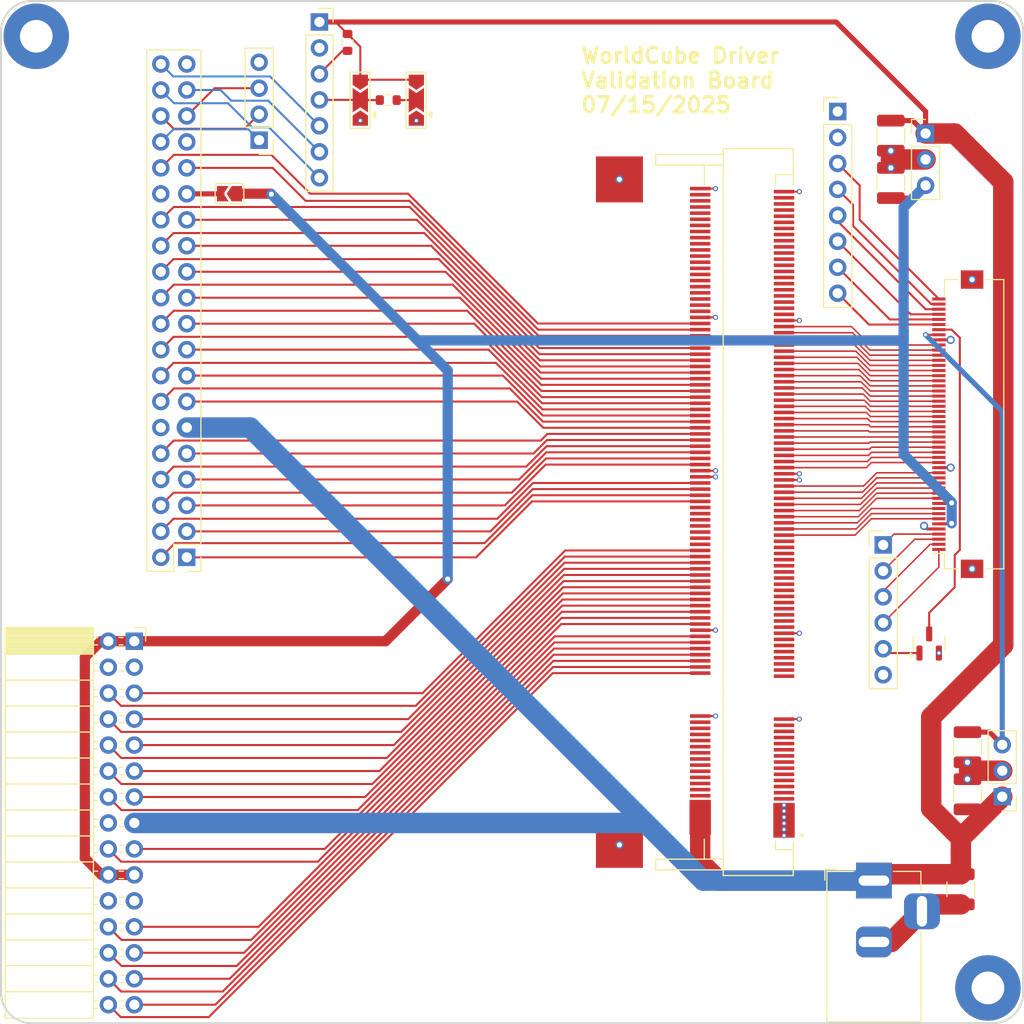
<source format=kicad_pcb>
(kicad_pcb (version 20241229) (generator "pcbnew") (generator_version "9.0")
  (layers (0 "F.Cu" signal) (4 "In1.Cu" signal) (6 "In2.Cu" signal) (2 "B.Cu" signal) (13 "F.Paste" user) (15 "B.Paste" user) (5 "F.SilkS" user "F.Silkscreen") (7 "B.SilkS" user "B.Silkscreen") (1 "F.Mask" user) (3 "B.Mask" user) (25 "Edge.Cuts" user))
  (net 0 "")
  (net 1 "GND")
  (net 2 "+5V")
  (net 3 "LCD_BL_P")
  (net 4 "+3V3")
  (net 6 "FPGA_GPIO_18")
  (net 7 "VIDIN_D12")
  (net 10 "LCD_D12")
  (net 12 "LCD_D3")
  (net 13 "FPGA_GPIO_2")
  (net 16 "LCD_DE")
  (net 17 "FPGA_GPIO_16")
  (net 20 "VIDIN_D23")
  (net 24 "FPGA_GPIO_19")
  (net 25 "LCD_D20")
  (net 27 "LCD_PCLK_2")
  (net 29 "VIDIN_D10")
  (net 30 "VIDIN_VS")
  (net 31 "FPGA_GPIO_17")
  (net 32 "VIDIN_D4")
  (net 36 "FPGA_GPIO_9")
  (net 37 "VIDIN_D0")
  (net 38 "VIDIN_D19")
  (net 39 "VIDIN_HS")
  (net 41 "LCD_D2")
  (net 42 "VIDIN_D22")
  (net 47 "LCD_D7")
  (net 48 "FPGA_GPIO_12")
  (net 52 "LCD_D9")
  (net 53 "FPGA_GPIO_6")
  (net 55 "LCD_D4")
  (net 56 "VIDIN_DE")
  (net 57 "FPGA_GPIO_14")
  (net 58 "FPGA_GPIO_13")
  (net 62 "VIDIN_D8")
  (net 64 "VIDIN_D16")
  (net 66 "LCD_HSYNC")
  (net 71 "LCD_D5")
  (net 73 "VIDIN_D2")
  (net 77 "FPGA_GPIO_11")
  (net 78 "FPGA_GPIO_8")
  (net 79 "VIDIN_D14")
  (net 83 "LCD_D8")
  (net 87 "VIDIN_D9")
  (net 92 "FPGA_GPIO_3")
  (net 93 "FPGA_GPIO_7")
  (net 94 "VIDIN_D13")
  (net 95 "FPGA_GPIO_5")
  (net 96 "LCD_D13")
  (net 98 "LCD_D23")
  (net 99 "VIDIN_D7")
  (net 101 "FPGA_GPIO_1")
  (net 102 "VIDIN_D1")
  (net 103 "VIDIN_D20")
  (net 108 "LCD_D1")
  (net 110 "VIDIN_D18")
  (net 113 "VIDIN_D17")
  (net 115 "LCD_D17")
  (net 117 "VIDIN_D3")
  (net 118 "LCD_D15")
  (net 120 "VIDIN_D5")
  (net 124 "LCD_PCLK_4")
  (net 126 "LCD_D14")
  (net 129 "LCD_D22")
  (net 130 "VIDIN_D21")
  (net 132 "VIDIN_D6")
  (net 133 "LCD_D16")
  (net 134 "LCD_D18")
  (net 138 "VIDIN_D15")
  (net 139 "LCD_D10")
  (net 140 "LCD_D11")
  (net 142 "VIDIN_D11")
  (net 145 "FPGA_GPIO_15")
  (net 147 "LCD_D19")
  (net 152 "LCD_D21")
  (net 159 "FPGA_GPIO_10")
  (net 164 "FPGA_GPIO_4")
  (net 165 "LCD_VSYNC")
  (net 166 "VIDIN_PCLK")
  (net 167 "LCD_D0")
  (net 169 "LCD_PCLK_0")
  (net 171 "LCD_PCLK_5")
  (net 172 "FPGA_GPIO_0")
  (net 174 "LCD_PCLK_1")
  (net 176 "LCD_PCLK_3")
  (net 180 "LCD_D6")
  (net 181 "ADV7611_SDA")
  (net 183 "I2S_DIN")
  (net 184 "I2S_SCLK")
  (net 185 "I2S_LRCLK")
  (net 187 "ADV7611_SCL")
  (net 188 "ADV7611_~{RST}")
  (net 189 "Net-(J4-Pin_4)")
  (net 190 "Net-(J4-Pin_3)")
  (net 191 "Net-(J7-Pin_46)")
  (net 192 "Net-(J7-Pin_50)")
  (net 193 "Net-(J7-Pin_49)")
  (net 194 "Net-(J7-Pin_47)")
  (net 195 "Net-(J7-Pin_48)")
  (net 196 "Net-(J7-Pin_44)")
  (net 197 "LCD_SCL")
  (net 198 "LCD_~{RST}")
  (net 199 "Net-(J7-Pin_45)")
  (net 200 "LCD_SDA")
  (net 201 "LCD_~{CS}")
  (net 202 "LCD_BL_CTL")
  (net 203 "Net-(J2-Pin_29)")
  (net 204 "Net-(JP5-C)")
  (footprint "Jumper:SolderJumper-3_P2.0mm_Open_TrianglePad1.0x1.5mm" (layer "F.Cu") (at 35.15 9.7 90)
    (property "Reference" "JP4" (hide yes))
    (property "Value" "SolderJumper_3_Open" (hide yes))
  )
  (footprint "Connector_BarrelJack:BarrelJack_Horizontal" (layer "F.Cu") (at 85.3925 86.05 90)
    (property "Reference" "J15" (hide yes))
    (property "Value" "5V_IN")
  )
  (footprint "Connector_PinSocket_2.54mm:PinSocket_2x15_P2.54mm_Horizontal" (layer "F.Cu") (at 13.04 62.63)
    (property "Reference" "J14" (hide yes))
    (property "Value" "FPGA_GPIO" (hide yes))
  )
  (footprint "Connector_PinHeader_2.54mm:PinHeader_1x06_P2.54mm_Vertical" (layer "F.Cu") (at 86.3 53.21)
    (property "Reference" "J9" (hide yes))
    (property "Value" "LCD_Ctrl")
  )
  (footprint "Capacitor_SMD:C_1210_3225Metric" (layer "F.Cu") (at 93.9 86.9 -90)
    (property "Reference" "C5" (hide yes))
    (property "Value" "47uF 25V" (hide yes))
  )
  (footprint "Connector_PinSocket_2.54mm:PinSocket_1x07_P2.54mm_Vertical" (layer "F.Cu") (at 31.15 2.05)
    (property "Reference" "J4" (hide yes))
    (property "Value" "MAX98357_Module" (hide yes))
  )
  (footprint "Jumper:SolderJumper-3_P2.0mm_Open_TrianglePad1.0x1.5mm" (layer "F.Cu") (at 40.6325 9.7 90)
    (property "Reference" "JP5" (hide yes))
    (property "Value" "SolderJumper_3_Open" (hide yes))
  )
  (footprint "Connector_PinHeader_2.54mm:PinHeader_1x03_P2.54mm_Vertical" (layer "F.Cu") (at 97.95 77.84 180)
    (property "Reference" "J11" (hide yes))
    (property "Value" "LCD_BL_DCDC" (hide yes))
  )
  (footprint "Resistor_SMD:R_0603_1608Metric" (layer "F.Cu") (at 33.9 4.05 -90)
    (property "Reference" "R2" (hide yes))
    (property "Value" "1M" (hide yes))
  )
  (footprint "Connector_PinHeader_2.54mm:PinHeader_1x03_P2.54mm_Vertical" (layer "F.Cu") (at 90.45 12.96)
    (property "Reference" "J12" (hide yes))
    (property "Value" "3V3_DCDC" (hide yes))
  )
  (footprint "Connector_PinHeader_2.54mm:PinHeader_2x20_P2.54mm_Vertical" (layer "F.Cu") (at 18.175 54.425 180)
    (property "Reference" "J2" (hide yes))
    (property "Value" "VC-ADV7611" (hide yes))
  )
  (footprint "Connector_FFC-FPC:Hirose_FH12-50S-0.5SH_1x50-1MP_P0.50mm_Horizontal" (layer "F.Cu") (at 93.6 41.4 90)
    (property "Reference" "J7" (hide yes))
    (property "Value" "FPC_50Pin")
  )
  (footprint "Library:TE_1565917-4" (layer "F.Cu") (at 72.5 50 -90)
    (property "Reference" "J1" (hide yes))
    (property "Value" "ICESugar-Pro" (hide yes))
  )
  (footprint "MountingHole:MountingHole_3.2mm_M3_Pad" (layer "F.Cu") (at 3.45 3.45)
    (property "Reference" "H2" (hide yes))
    (property "Value" "MountingHole_Pad" (hide yes))
  )
  (footprint "Resistor_SMD:R_0603_1608Metric" (layer "F.Cu") (at 37.8825 9.69 180)
    (property "Reference" "R1" (hide yes))
    (property "Value" "100k" (hide yes))
  )
  (footprint "Connector_PinHeader_2.54mm:PinHeader_1x04_P2.54mm_Vertical" (layer "F.Cu") (at 25.25 13.61 180)
    (property "Reference" "J10" (hide yes))
    (property "Value" "ADV7611_Init" (hide yes))
  )
  (footprint "Connector_PinHeader_2.54mm:PinHeader_1x08_P2.54mm_Vertical" (layer "F.Cu") (at 81.85 10.81)
    (property "Reference" "J8" (hide yes))
    (property "Value" "Misc")
  )
  (footprint "Capacitor_SMD:C_1210_3225Metric" (layer "F.Cu") (at 94.55 73 -90)
    (property "Reference" "C2" (hide yes))
    (property "Value" "47uF 25V" (hide yes))
  )
  (footprint "Capacitor_SMD:C_1210_3225Metric" (layer "F.Cu") (at 87.05 13.175 -90)
    (property "Reference" "C3" (hide yes))
    (property "Value" "47uF 25V" (hide yes))
  )
  (footprint "Capacitor_SMD:C_1210_3225Metric" (layer "F.Cu") (at 94.55 77.6 90)
    (property "Reference" "C1" (hide yes))
    (property "Value" "47uF 25V" (hide yes))
  )
  (footprint "MountingHole:MountingHole_3.2mm_M3_Pad" (layer "F.Cu") (at 96.55 3.45)
    (property "Reference" "H1" (hide yes))
    (property "Value" "MountingHole_Pad" (hide yes))
  )
  (footprint "Capacitor_SMD:C_1210_3225Metric" (layer "F.Cu") (at 87.05 17.8 90)
    (property "Reference" "C4" (hide yes))
    (property "Value" "47uF 25V" (hide yes))
  )
  (footprint "Jumper:SolderJumper-2_P1.3mm_Open_TrianglePad1.0x1.5mm" (layer "F.Cu") (at 22.35 18.85 180)
    (property "Reference" "JP3" (hide yes))
    (property "Value" "SolderJumper_2_Open" (hide yes))
  )
  (footprint "Package_TO_SOT_SMD:SOT-23" (layer "F.Cu") (at 90.8 62.85 90)
    (property "Reference" "Q1" (hide yes))
    (property "Value" "AO3400A" (hide yes))
  )
  (footprint "MountingHole:MountingHole_3.2mm_M3_Pad" (layer "F.Cu") (at 96.55 96.55)
    (property "Reference" "H3" (hide yes))
    (property "Value" "MountingHole_Pad" (hide yes))
  )
  (gr_rect (start 75.6 78.5) (end 77.6 81.8) (stroke (width 0.1)) (fill yes) (layer "F.Cu") (net 1))
  (gr_rect (start 67.4 78.2) (end 69.4 81.5) (stroke (width 0.1)) (fill yes) (layer "F.Cu") (net 2))
  (gr_arc (start 97 0) (mid 99.12132 0.87868) (end 100 3) (stroke (width 0.2)) (layer "Edge.Cuts"))
  (gr_line (start 0 97) (end 0 3) (stroke (width 0.2)) (layer "Edge.Cuts"))
  (gr_line (start 3 0) (end 97 0) (stroke (width 0.2)) (layer "Edge.Cuts"))
  (gr_arc (start 100 97) (mid 99.12132 99.12132) (end 97 100) (stroke (width 0.2)) (layer "Edge.Cuts"))
  (gr_arc (start 3 100) (mid 0.87868 99.12132) (end 0 97) (stroke (width 0.2)) (layer "Edge.Cuts"))
  (gr_line (start 100 3) (end 100 97) (stroke (width 0.2)) (layer "Edge.Cuts"))
  (gr_arc (start 0 3) (mid 0.87868 0.87868) (end 3 0) (stroke (width 0.2)) (layer "Edge.Cuts"))
  (gr_line (start 97 100) (end 3 100) (stroke (width 0.2)) (layer "Edge.Cuts"))
  (gr_text "WorldCube Driver\nValidation Board\n07/15/2025" (at 56.6 11.05 0) (layer "F.SilkS") (effects (font (size 1.5 1.5) (thickness 0.3) (bold yes)) (justify left bottom)))
  (segment (start 68.4 61.55) (end 69.9 61.55) (width 0.2) (layer "F.Cu") (net 1))
  (segment (start 93.9 88.375) (end 90.7675 88.375) (width 2) (layer "F.Cu") (net 1))
  (segment (start 85.3925 92.05) (end 87.0925 92.05) (width 2) (layer "F.Cu") (net 1))
  (segment (start 90.6 51.65) (end 90.3 51.35) (width 0.3) (layer "F.Cu") (net 1))
  (segment (start 76.6 31.25) (end 78.1 31.25) (width 0.2) (layer "F.Cu") (net 1))
  (segment (start 68.4 46.55) (end 69.9 46.55) (width 0.2) (layer "F.Cu") (net 1))
  (segment (start 90.7675 88.375) (end 90.0925 89.05) (width 2) (layer "F.Cu") (net 1))
  (segment (start 68.4 30.95) (end 69.9 30.95) (width 0.2) (layer "F.Cu") (net 1))
  (segment (start 90.45 15.5) (end 87.05 15.5) (width 2) (layer "F.Cu") (net 1))
  (segment (start 76.6 70.25) (end 78.1 70.25) (width 0.2) (layer "F.Cu") (net 1))
  (segment (start 68.4 45.95) (end 69.9 45.95) (width 0.2) (layer "F.Cu") (net 1))
  (segment (start 87.0925 92.05) (end 90.0925 89.05) (width 2) (layer "F.Cu") (net 1))
  (segment (start 97.95 75.3) (end 94.7 75.3) (width 2) (layer "F.Cu") (net 1))
  (segment (start 76.6 46.85) (end 78.1 46.85) (width 0.2) (layer "F.Cu") (net 1))
  (segment (start 68.4 69.95) (end 69.9 69.95) (width 0.2) (layer "F.Cu") (net 1))
  (segment (start 76.6 46.25) (end 78.1 46.25) (width 0.2) (layer "F.Cu") (net 1))
  (segment (start 76.6 61.85) (end 78.1 61.85) (width 0.2) (layer "F.Cu") (net 1))
  (segment (start 68.4 18.35) (end 69.9 18.35) (width 0.2) (layer "F.Cu") (net 1))
  (segment (start 91.75 45.65) (end 92.9 45.65) (width 0.3) (layer "F.Cu") (net 1))
  (segment (start 91.75 33.15) (end 92.9 33.15) (width 0.3) (layer "F.Cu") (net 1))
  (segment (start 76.6 18.65) (end 78.1 18.65) (width 0.2) (layer "F.Cu") (net 1))
  (segment (start 91.75 51.65) (end 90.6 51.65) (width 0.3) (layer "F.Cu") (net 1))
  (via (at 69.9 18.35) (size 0.5) (drill 0.3) (layers "F.Cu" "B.Cu") (net 1))
  (via (at 69.9 45.95) (size 0.5) (drill 0.3) (layers "F.Cu" "B.Cu") (net 1))
  (via (at 76.6 81.65) (size 0.5) (drill 0.3) (layers "F.Cu" "B.Cu") (net 1))
  (via (at 87.05 16.325) (size 0.8) (drill 0.5) (layers "F.Cu" "B.Cu") (net 1))
  (via (at 76.6 79.25) (size 0.5) (drill 0.3) (layers "F.Cu" "B.Cu") (net 1))
  (via (at 69.9 46.55) (size 0.5) (drill 0.3) (layers "F.Cu" "B.Cu") (net 1))
  (via (at 76.6 79.85) (size 0.5) (drill 0.3) (layers "F.Cu" "B.Cu") (net 1))
  (via (at 60.5 17.45) (size 0.8) (drill 0.5) (layers "F.Cu" "B.Cu") (net 1))
  (via (at 40.6325 11.7) (size 0.5) (drill 0.3) (layers "F.Cu" "B.Cu") (net 1))
  (via (at 69.9 30.95) (size 0.5) (drill 0.3) (layers "F.Cu" "B.Cu") (net 1))
  (via (at 92.9 33.15) (size 0.8) (drill 0.5) (layers "F.Cu" "B.Cu") (net 1))
  (via (at 94.55 74.475) (size 0.8) (drill 0.5) (layers "F.Cu" "B.Cu") (net 1))
  (via (at 76.6 81.05) (size 0.5) (drill 0.3) (layers "F.Cu" "B.Cu") (net 1))
  (via (at 78.1 46.25) (size 0.5) (drill 0.3) (layers "F.Cu" "B.Cu") (net 1))
  (via (at 78.1 46.85) (size 0.5) (drill 0.3) (layers "F.Cu" "B.Cu") (net 1))
  (via (at 91.75 63.7875) (size 0.5) (drill 0.3) (layers "F.Cu" "B.Cu") (net 1))
  (via (at 94.55 76.125) (size 0.8) (drill 0.5) (layers "F.Cu" "B.Cu") (net 1))
  (via (at 95 55.55) (size 0.8) (drill 0.5) (layers "F.Cu" "B.Cu") (net 1))
  (via (at 35.15 11.7) (size 0.5) (drill 0.3) (layers "F.Cu" "B.Cu") (net 1))
  (via (at 78.1 70.25) (size 0.5) (drill 0.3) (layers "F.Cu" "B.Cu") (net 1))
  (via (at 76.6 78.675002) (size 0.5) (drill 0.3) (layers "F.Cu" "B.Cu") (net 1))
  (via (at 76.6 80.45) (size 0.5) (drill 0.3) (layers "F.Cu" "B.Cu") (net 1))
  (via (at 78.1 61.85) (size 0.5) (drill 0.3) (layers "F.Cu" "B.Cu") (net 1))
  (via (at 78.1 31.25) (size 0.5) (drill 0.3) (layers "F.Cu" "B.Cu") (net 1))
  (via (at 69.9 61.55) (size 0.5) (drill 0.3) (layers "F.Cu" "B.Cu") (net 1))
  (via (at 69.9 69.95) (size 0.5) (drill 0.3) (layers "F.Cu" "B.Cu") (net 1))
  (via (at 78.1 18.65) (size 0.5) (drill 0.3) (layers "F.Cu" "B.Cu") (net 1))
  (via (at 90.3 51.35) (size 0.8) (drill 0.5) (layers "F.Cu" "B.Cu") (net 1))
  (via (at 60.5 82.55) (size 0.8) (drill 0.5) (layers "F.Cu" "B.Cu") (net 1))
  (via (at 87.05 14.65) (size 0.8) (drill 0.5) (layers "F.Cu" "B.Cu") (net 1))
  (via (at 95 27.25) (size 0.8) (drill 0.5) (layers "F.Cu" "B.Cu") (net 1))
  (via (at 92.9 45.65) (size 0.8) (drill 0.5) (layers "F.Cu" "B.Cu") (net 1))
  (segment (start 68.4 84.25) (end 68.4 79.85) (width 2) (layer "F.Cu") (net 2))
  (segment (start 91 70.05) (end 98.05 63) (width 2) (layer "F.Cu") (net 2))
  (segment (start 93.9 85.425) (end 86.0175 85.425) (width 2) (layer "F.Cu") (net 2))
  (segment (start 87.05 11.7) (end 89.19 11.7) (width 0.5) (layer "F.Cu") (net 2))
  (segment (start 90.45 10.8) (end 81.7 2.05) (width 0.5) (layer "F.Cu") (net 2))
  (segment (start 96.715 79.075) (end 97.95 77.84) (width 0.5) (layer "F.Cu") (net 2))
  (segment (start 85.3925 86.05) (end 70.2 86.05) (width 2) (layer "F.Cu") (net 2))
  (segment (start 81.7 2.05) (end 31.15 2.05) (width 0.5) (layer "F.Cu") (net 2))
  (segment (start 89.19 11.7) (end 90.45 12.96) (width 0.5) (layer "F.Cu") (net 2))
  (segment (start 35.15 4.475) (end 33.9 3.225) (width 0.2) (layer "F.Cu") (net 2))
  (segment (start 93.3 12.96) (end 90.45 12.96) (width 2) (layer "F.Cu") (net 2))
  (segment (start 70.2 86.05) (end 68.4 84.25) (width 2) (layer "F.Cu") (net 2))
  (segment (start 98.05 17.71) (end 93.3 12.96) (width 2) (layer "F.Cu") (net 2))
  (segment (start 94.55 79.075) (end 96.715 79.075) (width 0.5) (layer "F.Cu") (net 2))
  (segment (start 31.15 2.05) (end 32.725 2.05) (width 0.2) (layer "F.Cu") (net 2))
  (segment (start 90.45 12.96) (end 90.45 10.8) (width 0.5) (layer "F.Cu") (net 2))
  (segment (start 93.9 81.89) (end 97.95 77.84) (width 2) (layer "F.Cu") (net 2))
  (segment (start 35.15 7.7) (end 40.6325 7.7) (width 0.2) (layer "F.Cu") (net 2))
  (segment (start 91 78.99) (end 91 70.05) (width 2) (layer "F.Cu") (net 2))
  (segment (start 32.725 2.05) (end 33.9 3.225) (width 0.2) (layer "F.Cu") (net 2))
  (segment (start 93.9 81.89) (end 91 78.99) (width 2) (layer "F.Cu") (net 2))
  (segment (start 86.0175 85.425) (end 85.3925 86.05) (width 2) (layer "F.Cu") (net 2))
  (segment (start 35.15 7.7) (end 35.15 4.475) (width 0.2) (layer "F.Cu") (net 2))
  (segment (start 93.9 85.425) (end 93.9 81.89) (width 2) (layer "F.Cu") (net 2))
  (segment (start 98.05 63) (end 98.05 17.71) (width 2) (layer "F.Cu") (net 2))
  (segment (start 64.6 81.95) (end 24.375 41.725) (width 2) (layer "B.Cu") (net 2))
  (segment (start 13.04 80.41) (end 63.06 80.41) (width 2) (layer "B.Cu") (net 2))
  (segment (start 68.7 86.05) (end 64.6 81.95) (width 2) (layer "B.Cu") (net 2))
  (segment (start 24.375 41.725) (end 18.175 41.725) (width 2) (layer "B.Cu") (net 2))
  (segment (start 85.3925 86.05) (end 68.7 86.05) (width 2) (layer "B.Cu") (net 2))
  (segment (start 96.715 71.525) (end 97.95 72.76) (width 0.5) (layer "F.Cu") (net 3))
  (segment (start 94.55 71.525) (end 96.715 71.525) (width 0.5) (layer "F.Cu") (net 3))
  (segment (start 91.75 32.65) (end 90.45 32.65) (width 0.2) (layer "F.Cu") (net 3))
  (via (at 90.45 32.65) (size 0.5) (drill 0.3) (layers "F.Cu" "B.Cu") (net 3))
  (segment (start 97.95 72.76) (end 97.95 40.15) (width 0.5) (layer "B.Cu") (net 3))
  (segment (start 97.95 40.15) (end 90.45 32.65) (width 0.5) (layer "B.Cu") (net 3))
  (segment (start 9.84 85.49) (end 10.5 85.49) (width 1) (layer "F.Cu") (net 4))
  (segment (start 9.77 62.63) (end 8.2 64.2) (width 1) (layer "F.Cu") (net 4))
  (segment (start 13.04 62.63) (end 37.62 62.63) (width 1) (layer "F.Cu") (net 4))
  (segment (start 13.04 62.63) (end 10.5 62.63) (width 1) (layer "F.Cu") (net 4))
  (segment (start 26.45 18.9) (end 26.4 18.85) (width 1) (layer "F.Cu") (net 4))
  (segment (start 8.2 83.85) (end 9.84 85.49) (width 1) (layer "F.Cu") (net 4))
  (segment (start 10.5 62.63) (end 9.77 62.63) (width 1) (layer "F.Cu") (net 4))
  (segment (start 37.62 62.63) (end 43.7 56.55) (width 1) (layer "F.Cu") (net 4))
  (segment (start 91.75 49.15) (end 92.95 49.15) (width 0.3) (layer "F.Cu") (net 4))
  (segment (start 26.4 18.85) (end 23.075 18.85) (width 1) (layer "F.Cu") (net 4))
  (segment (start 8.2 64.2) (end 8.2 83.85) (width 1) (layer "F.Cu") (net 4))
  (segment (start 91.75 51.15) (end 92.95 51.15) (width 0.3) (layer "F.Cu") (net 4))
  (segment (start 92.95 49.15) (end 93 49.1) (width 0.3) (layer "F.Cu") (net 4))
  (segment (start 89.215 19.275) (end 90.45 18.04) (width 0.5) (layer "F.Cu") (net 4))
  (segment (start 10.5 85.49) (end 13.04 85.49) (width 1) (layer "F.Cu") (net 4))
  (segment (start 87.05 19.275) (end 89.215 19.275) (width 0.5) (layer "F.Cu") (net 4))
  (via (at 93 51.1) (size 0.8) (drill 0.5) (layers "F.Cu" "B.Cu") (net 4))
  (via (at 93 49.1) (size 0.8) (drill 0.5) (layers "F.Cu" "B.Cu") (net 4))
  (via (at 26.45 18.9) (size 0.8) (drill 0.5) (layers "F.Cu" "B.Cu") (net 4))
  (via (at 43.7 56.55) (size 0.8) (drill 0.5) (layers "F.Cu" "B.Cu") (net 4))
  (segment (start 43.7 56.55) (end 43.7 36.15) (width 1) (layer "B.Cu") (net 4))
  (segment (start 93 49.05) (end 93 49.1) (width 1) (layer "B.Cu") (net 4))
  (segment (start 88.3 33.2) (end 88.3 32.25) (width 1) (layer "B.Cu") (net 4))
  (segment (start 26.45 18.9) (end 40.75 33.2) (width 1) (layer "B.Cu") (net 4))
  (segment (start 88.3 20.19) (end 88.3 32.25) (width 1) (layer "B.Cu") (net 4))
  (segment (start 88.3 44.35) (end 88.3 32.25) (width 1) (layer "B.Cu") (net 4))
  (segment (start 93 49.1) (end 93 51.1) (width 1) (layer "B.Cu") (net 4))
  (segment (start 43.7 36.15) (end 40.75 33.2) (width 1) (layer "B.Cu") (net 4))
  (segment (start 40.75 33.2) (end 88.3 33.2) (width 1) (layer "B.Cu") (net 4))
  (segment (start 90.45 18.04) (end 88.3 20.19) (width 1) (layer "B.Cu") (net 4))
  (segment (start 88.3 44.35) (end 93 49.05) (width 1) (layer "B.Cu") (net 4))
  (segment (start 54.0078 65.15) (end 68.4 65.15) (width 0.2) (layer "F.Cu") (net 6))
  (segment (start 13.04 98.19) (end 20.9678 98.19) (width 0.2) (layer "F.Cu") (net 6))
  (segment (start 20.9678 98.19) (end 54.0078 65.15) (width 0.2) (layer "F.Cu") (net 6))
  (segment (start 15.635 39.185) (end 16.92 37.9) (width 0.2) (layer "F.Cu") (net 7))
  (segment (start 53.0171 41.15) (end 68.4 41.15) (width 0.2) (layer "F.Cu") (net 7))
  (segment (start 16.92 37.9) (end 49.7671 37.9) (width 0.2) (layer "F.Cu") (net 7))
  (segment (start 49.7671 37.9) (end 53.0171 41.15) (width 0.2) (layer "F.Cu") (net 7))
  (segment (start 85.043344 39.65) (end 91.75 39.65) (width 0.15) (layer "F.Cu") (net 10))
  (segment (start 76.6 39.05) (end 84.443344 39.05) (width 0.15) (layer "F.Cu") (net 10))
  (segment (start 84.443344 39.05) (end 85.043344 39.65) (width 0.15) (layer "F.Cu") (net 10))
  (segment (start 85.010836 35.15) (end 91.75 35.15) (width 0.15) (layer "F.Cu") (net 12))
  (segment (start 76.6 33.65) (end 83.510836 33.65) (width 0.15) (layer "F.Cu") (net 12))
  (segment (start 83.510836 33.65) (end 85.010836 35.15) (width 0.15) (layer "F.Cu") (net 12))
  (segment (start 13.04 70.25) (end 39.8342 70.25) (width 0.2) (layer "F.Cu") (net 13))
  (segment (start 39.8342 70.25) (end 55.1342 54.95) (width 0.2) (layer "F.Cu") (net 13))
  (segment (start 55.1342 54.95) (end 68.4 54.95) (width 0.2) (layer "F.Cu") (net 13))
  (segment (start 76.6 52.25) (end 83.55 52.25) (width 0.15) (layer "F.Cu") (net 16))
  (segment (start 83.55 52.25) (end 85.15 50.65) (width 0.15) (layer "F.Cu") (net 16))
  (segment (start 85.15 50.65) (end 91.75 50.65) (width 0.15) (layer "F.Cu") (net 16))
  (segment (start 54.0736 63.95) (end 68.4 63.95) (width 0.2) (layer "F.Cu") (net 17))
  (segment (start 13.04 95.65) (end 22.3736 95.65) (width 0.2) (layer "F.Cu") (net 17))
  (segment (start 22.3736 95.65) (end 54.0736 63.95) (width 0.2) (layer "F.Cu") (net 17))
  (segment (start 51.95 48.95) (end 68.4 48.95) (width 0.2) (layer "F.Cu") (net 20))
  (segment (start 18.175 54.425) (end 46.475 54.425) (width 0.2) (layer "F.Cu") (net 20))
  (segment (start 46.475 54.425) (end 51.95 48.95) (width 0.2) (layer "F.Cu") (net 20))
  (segment (start 20.3249 99.4) (end 11.71 99.4) (width 0.2) (layer "F.Cu") (net 24))
  (segment (start 68.4 65.75) (end 53.9749 65.75) (width 0.2) (layer "F.Cu") (net 24))
  (segment (start 11.71 99.4) (end 10.5 98.19) (width 0.2) (layer "F.Cu") (net 24))
  (segment (start 53.9749 65.75) (end 20.3249 99.4) (width 0.2) (layer "F.Cu") (net 24))
  (segment (start 85.160834 43.65) (end 91.75 43.65) (width 0.15) (layer "F.Cu") (net 25))
  (segment (start 76.6 43.85) (end 84.960834 43.85) (width 0.15) (layer "F.Cu") (net 25))
  (segment (start 84.960834 43.85) (end 85.160834 43.65) (width 0.15) (layer "F.Cu") (net 25))
  (segment (start 85.671672 47.15) (end 91.75 47.15) (width 0.15) (layer "F.Cu") (net 27))
  (segment (start 76.6 48.65) (end 84.171672 48.65) (width 0.15) (layer "F.Cu") (net 27))
  (segment (start 84.171672 48.65) (end 85.671672 47.15) (width 0.15) (layer "F.Cu") (net 27))
  (segment (start 16.88 35.4) (end 48.4171 35.4) (width 0.2) (layer "F.Cu") (net 29))
  (segment (start 48.4171 35.4) (end 52.9671 39.95) (width 0.2) (layer "F.Cu") (net 29))
  (segment (start 52.9671 39.95) (end 68.4 39.95) (width 0.2) (layer "F.Cu") (net 29))
  (segment (start 15.635 36.645) (end 16.88 35.4) (width 0.2) (layer "F.Cu") (net 29))
  (segment (start 39.9868 20.15) (end 52.5868 32.75) (width 0.2) (layer "F.Cu") (net 30))
  (segment (start 15.635 21.405) (end 16.89 20.15) (width 0.2) (layer "F.Cu") (net 30))
  (segment (start 16.89 20.15) (end 39.9868 20.15) (width 0.2) (layer "F.Cu") (net 30))
  (segment (start 52.5868 32.75) (end 68.4 32.75) (width 0.2) (layer "F.Cu") (net 30))
  (segment (start 54.0407 64.55) (end 21.6907 96.9) (width 0.2) (layer "F.Cu") (net 31))
  (segment (start 21.6907 96.9) (end 11.75 96.9) (width 0.2) (layer "F.Cu") (net 31))
  (segment (start 11.75 96.9) (end 10.5 95.65) (width 0.2) (layer "F.Cu") (net 31))
  (segment (start 68.4 64.55) (end 54.0407 64.55) (width 0.2) (layer "F.Cu") (net 31))
  (segment (start 52.7842 36.35) (end 68.4 36.35) (width 0.2) (layer "F.Cu") (net 32))
  (segment (start 15.635 29.025) (end 16.91 27.75) (width 0.2) (layer "F.Cu") (net 32))
  (segment (start 16.91 27.75) (end 44.1842 27.75) (width 0.2) (layer "F.Cu") (net 32))
  (segment (start 44.1842 27.75) (end 52.7842 36.35) (width 0.2) (layer "F.Cu") (net 32))
  (segment (start 68.4 59.15) (end 54.9039 59.15) (width 0.2) (layer "F.Cu") (net 36))
  (segment (start 34.9039 79.15) (end 11.78 79.15) (width 0.2) (layer "F.Cu") (net 36))
  (segment (start 54.9039 59.15) (end 34.9039 79.15) (width 0.2) (layer "F.Cu") (net 36))
  (segment (start 11.78 79.15) (end 10.5 77.87) (width 0.2) (layer "F.Cu") (net 36))
  (segment (start 16.88 22.7) (end 41.4026 22.7) (width 0.2) (layer "F.Cu") (net 37))
  (segment (start 41.4026 22.7) (end 52.6526 33.95) (width 0.2) (layer "F.Cu") (net 37))
  (segment (start 15.635 23.945) (end 16.88 22.7) (width 0.2) (layer "F.Cu") (net 37))
  (segment (start 52.6526 33.95) (end 68.4 33.95) (width 0.2) (layer "F.Cu") (net 37))
  (segment (start 49.2866 49.345) (end 53.2816 45.35) (width 0.2) (layer "F.Cu") (net 38))
  (segment (start 53.2816 45.35) (end 68.4 45.35) (width 0.2) (layer "F.Cu") (net 38))
  (segment (start 18.175 49.345) (end 49.2866 49.345) (width 0.2) (layer "F.Cu") (net 38))
  (segment (start 39.9539 19.55) (end 52.5539 32.15) (width 0.2) (layer "F.Cu") (net 39))
  (segment (start 52.5539 32.15) (end 68.4 32.15) (width 0.2) (layer "F.Cu") (net 39))
  (segment (start 26.572 16.325) (end 29.797 19.55) (width 0.2) (layer "F.Cu") (net 39))
  (segment (start 18.175 16.325) (end 26.572 16.325) (width 0.2) (layer "F.Cu") (net 39))
  (segment (start 29.797 19.55) (end 39.9539 19.55) (width 0.2) (layer "F.Cu") (net 39))
  (segment (start 85.007224 34.65) (end 91.75 34.65) (width 0.15) (layer "F.Cu") (net 41))
  (segment (start 83.407224 33.05) (end 85.007224 34.65) (width 0.15) (layer "F.Cu") (net 41))
  (segment (start 76.6 33.05) (end 83.407224 33.05) (width 0.15) (layer "F.Cu") (net 41))
  (segment (start 47.2969 53.036) (end 51.9829 48.35) (width 0.2) (layer "F.Cu") (net 42))
  (segment (start 15.635 54.425) (end 17.024 53.036) (width 0.2) (layer "F.Cu") (net 42))
  (segment (start 51.9829 48.35) (end 68.4 48.35) (width 0.2) (layer "F.Cu") (net 42))
  (segment (start 17.024 53.036) (end 47.2969 53.036) (width 0.2) (layer "F.Cu") (net 42))
  (segment (start 83.925284 36.05) (end 85.025284 37.15) (width 0.15) (layer "F.Cu") (net 47))
  (segment (start 76.6 36.05) (end 83.925284 36.05) (width 0.15) (layer "F.Cu") (net 47))
  (segment (start 85.025284 37.15) (end 91.75 37.15) (width 0.15) (layer "F.Cu") (net 47))
  (segment (start 13.04 90.57) (end 25.1852 90.57) (width 0.2) (layer "F.Cu") (net 48))
  (segment (start 54.8052 60.95) (end 68.4 60.95) (width 0.2) (layer "F.Cu") (net 48))
  (segment (start 25.1852 90.57) (end 54.8052 60.95) (width 0.2) (layer "F.Cu") (net 48))
  (segment (start 84.132508 37.25) (end 85.032508 38.15) (width 0.15) (layer "F.Cu") (net 52))
  (segment (start 85.032508 38.15) (end 91.75 38.15) (width 0.15) (layer "F.Cu") (net 52))
  (segment (start 76.6 37.25) (end 84.132508 37.25) (width 0.15) (layer "F.Cu") (net 52))
  (segment (start 37.0226 75.33) (end 55.0026 57.35) (width 0.2) (layer "F.Cu") (net 53))
  (segment (start 13.04 75.33) (end 37.0226 75.33) (width 0.2) (layer "F.Cu") (net 53))
  (segment (start 55.0026 57.35) (end 68.4 57.35) (width 0.2) (layer "F.Cu") (net 53))
  (segment (start 85.014448 35.65) (end 91.75 35.65) (width 0.15) (layer "F.Cu") (net 55))
  (segment (start 76.6 34.25) (end 83.614448 34.25) (width 0.15) (layer "F.Cu") (net 55))
  (segment (start 83.614448 34.25) (end 85.014448 35.65) (width 0.15) (layer "F.Cu") (net 55))
  (segment (start 15.635 16.325) (end 16.91 15.05) (width 0.2) (layer "F.Cu") (net 56))
  (segment (start 26.45 15.05) (end 30.25 18.85) (width 0.2) (layer "F.Cu") (net 56))
  (segment (start 30.25 18.85) (end 39.821 18.85) (width 0.2) (layer "F.Cu") (net 56))
  (segment (start 16.91 15.05) (end 26.45 15.05) (width 0.2) (layer "F.Cu") (net 56))
  (segment (start 39.821 18.85) (end 52.521 31.55) (width 0.2) (layer "F.Cu") (net 56))
  (segment (start 52.521 31.55) (end 68.4 31.55) (width 0.2) (layer "F.Cu") (net 56))
  (segment (start 23.7794 93.11) (end 54.1394 62.75) (width 0.2) (layer "F.Cu") (net 57))
  (segment (start 13.04 93.11) (end 23.7794 93.11) (width 0.2) (layer "F.Cu") (net 57))
  (segment (start 54.1394 62.75) (end 68.4 62.75) (width 0.2) (layer "F.Cu") (net 57))
  (segment (start 24.4723 91.85) (end 11.78 91.85) (width 0.2) (layer "F.Cu") (net 58))
  (segment (start 54.1723 62.15) (end 24.4723 91.85) (width 0.2) (layer "F.Cu") (net 58))
  (segment (start 11.78 91.85) (end 10.5 90.57) (width 0.2) (layer "F.Cu") (net 58))
  (segment (start 68.4 62.15) (end 54.1723 62.15) (width 0.2) (layer "F.Cu") (net 58))
  (segment (start 52.9013 38.75) (end 68.4 38.75) (width 0.2) (layer "F.Cu") (net 62))
  (segment (start 47.0013 32.85) (end 52.9013 38.75) (width 0.2) (layer "F.Cu") (net 62))
  (segment (start 16.89 32.85) (end 47.0013 32.85) (width 0.2) (layer "F.Cu") (net 62))
  (segment (start 15.635 34.105) (end 16.89 32.85) (width 0.2) (layer "F.Cu") (net 62))
  (segment (start 53.3803 43.55) (end 68.4 43.55) (width 0.2) (layer "F.Cu") (net 64))
  (segment (start 15.635 46.805) (end 16.89 45.55) (width 0.2) (layer "F.Cu") (net 64))
  (segment (start 16.89 45.55) (end 51.3803 45.55) (width 0.2) (layer "F.Cu") (net 64))
  (segment (start 51.3803 45.55) (end 53.3803 43.55) (width 0.2) (layer "F.Cu") (net 64))
  (segment (start 76.6 51.05) (end 83.757224 51.05) (width 0.15) (layer "F.Cu") (net 66))
  (segment (start 85.157224 49.65) (end 91.75 49.65) (width 0.15) (layer "F.Cu") (net 66))
  (segment (start 83.757224 51.05) (end 85.157224 49.65) (width 0.15) (layer "F.Cu") (net 66))
  (segment (start 83.71806 34.85) (end 85.01806 36.15) (width 0.15) (layer "F.Cu") (net 71))
  (segment (start 85.01806 36.15) (end 91.75 36.15) (width 0.15) (layer "F.Cu") (net 71))
  (segment (start 76.6 34.85) (end 83.71806 34.85) (width 0.15) (layer "F.Cu") (net 71))
  (segment (start 52.7184 35.15) (end 68.4 35.15) (width 0.2) (layer "F.Cu") (net 73))
  (segment (start 42.8184 25.25) (end 52.7184 35.15) (width 0.2) (layer "F.Cu") (net 73))
  (segment (start 16.87 25.25) (end 42.8184 25.25) (width 0.2) (layer "F.Cu") (net 73))
  (segment (start 15.635 26.485) (end 16.87 25.25) (width 0.2) (layer "F.Cu") (net 73))
  (segment (start 54.8381 60.35) (end 30.9881 84.2) (width 0.2) (layer "F.Cu") (net 77))
  (segment (start 11.75 84.2) (end 10.5 82.95) (width 0.2) (layer "F.Cu") (net 77))
  (segment (start 68.4 60.35) (end 54.8381 60.35) (width 0.2) (layer "F.Cu") (net 77))
  (segment (start 30.9881 84.2) (end 11.75 84.2) (width 0.2) (layer "F.Cu") (net 77))
  (segment (start 54.9368 58.55) (end 68.4 58.55) (width 0.2) (layer "F.Cu") (net 78))
  (segment (start 35.6168 77.87) (end 54.9368 58.55) (width 0.2) (layer "F.Cu") (net 78))
  (segment (start 13.04 77.87) (end 35.6168 77.87) (width 0.2) (layer "F.Cu") (net 78))
  (segment (start 53.4461 42.35) (end 68.4 42.35) (width 0.2) (layer "F.Cu") (net 79))
  (segment (start 52.7961 43) (end 53.4461 42.35) (width 0.2) (layer "F.Cu") (net 79))
  (segment (start 16.9 43) (end 52.7961 43) (width 0.2) (layer "F.Cu") (net 79))
  (segment (start 15.635 44.265) (end 16.9 43) (width 0.2) (layer "F.Cu") (net 79))
  (segment (start 85.028896 37.65) (end 91.75 37.65) (width 0.15) (layer "F.Cu") (net 83))
  (segment (start 76.6 36.65) (end 84.028896 36.65) (width 0.15) (layer "F.Cu") (net 83))
  (segment (start 84.028896 36.65) (end 85.028896 37.65) (width 0.15) (layer "F.Cu") (net 83))
  (segment (start 52.9342 39.35) (end 68.4 39.35) (width 0.2) (layer "F.Cu") (net 87))
  (segment (start 18.175 34.105) (end 47.6892 34.105) (width 0.2) (layer "F.Cu") (net 87))
  (segment (start 47.6892 34.105) (end 52.9342 39.35) (width 0.2) (layer "F.Cu") (net 87))
  (segment (start 55.1013 55.55) (end 39.1513 71.5) (width 0.2) (layer "F.Cu") (net 92))
  (segment (start 39.1513 71.5) (end 11.75 71.5) (width 0.2) (layer "F.Cu") (net 92))
  (segment (start 11.75 71.5) (end 10.5 70.25) (width 0.2) (layer "F.Cu") (net 92))
  (segment (start 68.4 55.55) (end 55.1013 55.55) (width 0.2) (layer "F.Cu") (net 92))
  (segment (start 54.9697 57.95) (end 36.3197 76.6) (width 0.2) (layer "F.Cu") (net 93))
  (segment (start 68.4 57.95) (end 54.9697 57.95) (width 0.2) (layer "F.Cu") (net 93))
  (segment (start 11.77 76.6) (end 10.5 75.33) (width 0.2) (layer "F.Cu") (net 93))
  (segment (start 36.3197 76.6) (end 11.77 76.6) (width 0.2) (layer "F.Cu") (net 93))
  (segment (start 50.485 39.185) (end 53.05 41.75) (width 0.2) (layer "F.Cu") (net 94))
  (segment (start 18.175 39.185) (end 50.485 39.185) (width 0.2) (layer "F.Cu") (net 94))
  (segment (start 53.05 41.75) (end 68.4 41.75) (width 0.2) (layer "F.Cu") (net 94))
  (segment (start 37.7355 74.05) (end 11.76 74.05) (width 0.2) (layer "F.Cu") (net 95))
  (segment (start 11.76 74.05) (end 10.5 72.79) (width 0.2) (layer "F.Cu") (net 95))
  (segment (start 68.4 56.75) (end 55.0355 56.75) (width 0.2) (layer "F.Cu") (net 95))
  (segment (start 55.0355 56.75) (end 37.7355 74.05) (width 0.2) (layer "F.Cu") (net 95))
  (segment (start 84.546956 39.65) (end 85.046956 40.15) (width 0.15) (layer "F.Cu") (net 96))
  (segment (start 76.6 39.65) (end 84.546956 39.65) (width 0.15) (layer "F.Cu") (net 96))
  (segment (start 85.046956 40.15) (end 91.75 40.15) (width 0.15) (layer "F.Cu") (net 96))
  (segment (start 84.65 45.65) (end 85.15 45.15) (width 0.15) (layer "F.Cu") (net 98))
  (segment (start 76.6 45.65) (end 84.65 45.65) (width 0.15) (layer "F.Cu") (net 98))
  (segment (start 85.15 45.15) (end 91.75 45.15) (width 0.15) (layer "F.Cu") (net 98))
  (segment (start 18.175 31.565) (end 46.2834 31.565) (width 0.2) (layer "F.Cu") (net 99))
  (segment (start 46.2834 31.565) (end 52.8684 38.15) (width 0.2) (layer "F.Cu") (net 99))
  (segment (start 52.8684 38.15) (end 68.4 38.15) (width 0.2) (layer "F.Cu") (net 99))
  (segment (start 68.4 54.35) (end 55.1671 54.35) (width 0.2) (layer "F.Cu") (net 101))
  (segment (start 55.1671 54.35) (end 40.5671 68.95) (width 0.2) (layer "F.Cu") (net 101))
  (segment (start 40.5671 68.95) (end 11.74 68.95) (width 0.2) (layer "F.Cu") (net 101))
  (segment (start 11.74 68.95) (end 10.5 67.71) (width 0.2) (layer "F.Cu") (net 101))
  (segment (start 52.6855 34.55) (end 68.4 34.55) (width 0.2) (layer "F.Cu") (net 102))
  (segment (start 42.0805 23.945) (end 52.6855 34.55) (width 0.2) (layer "F.Cu") (net 102))
  (segment (start 18.175 23.945) (end 42.0805 23.945) (width 0.2) (layer "F.Cu") (net 102))
  (segment (start 15.635 51.885) (end 16.87 50.65) (width 0.2) (layer "F.Cu") (net 103))
  (segment (start 48.5487 50.65) (end 52.0487 47.15) (width 0.2) (layer "F.Cu") (net 103))
  (segment (start 16.87 50.65) (end 48.5487 50.65) (width 0.2) (layer "F.Cu") (net 103))
  (segment (start 52.0487 47.15) (end 68.4 47.15) (width 0.2) (layer "F.Cu") (net 103))
  (segment (start 83.303612 32.45) (end 85.003612 34.15) (width 0.15) (layer "F.Cu") (net 108))
  (segment (start 85.003612 34.15) (end 91.75 34.15) (width 0.15) (layer "F.Cu") (net 108))
  (segment (start 76.6 32.45) (end 83.303612 32.45) (width 0.15) (layer "F.Cu") (net 108))
  (segment (start 49.9645 48.1) (end 53.3145 44.75) (width 0.2) (layer "F.Cu") (net 110))
  (segment (start 15.635 49.345) (end 16.88 48.1) (width 0.2) (layer "F.Cu") (net 110))
  (segment (start 16.88 48.1) (end 49.9645 48.1) (width 0.2) (layer "F.Cu") (net 110))
  (segment (start 53.3145 44.75) (end 68.4 44.75) (width 0.2) (layer "F.Cu") (net 110))
  (segment (start 53.3474 44.15) (end 68.4 44.15) (width 0.2) (layer "F.Cu") (net 113))
  (segment (start 50.6924 46.805) (end 53.3474 44.15) (width 0.2) (layer "F.Cu") (net 113))
  (segment (start 18.175 46.805) (end 50.6924 46.805) (width 0.2) (layer "F.Cu") (net 113))
  (segment (start 84.95 42.15) (end 91.75 42.15) (width 0.15) (layer "F.Cu") (net 115))
  (segment (start 84.85 42.05) (end 84.95 42.15) (width 0.15) (layer "F.Cu") (net 115))
  (segment (start 76.6 42.05) (end 84.85 42.05) (width 0.15) (layer "F.Cu") (net 115))
  (segment (start 52.7513 35.75) (end 68.4 35.75) (width 0.2) (layer "F.Cu") (net 117))
  (segment (start 43.4863 26.485) (end 52.7513 35.75) (width 0.2) (layer "F.Cu") (net 117))
  (segment (start 18.175 26.485) (end 43.4863 26.485) (width 0.2) (layer "F.Cu") (net 117))
  (segment (start 85.054178 41.15) (end 91.75 41.15) (width 0.15) (layer "F.Cu") (net 118))
  (segment (start 84.754178 40.85) (end 85.054178 41.15) (width 0.15) (layer "F.Cu") (net 118))
  (segment (start 76.6 40.85) (end 84.754178 40.85) (width 0.15) (layer "F.Cu") (net 118))
  (segment (start 18.175 29.025) (end 44.8921 29.025) (width 0.2) (layer "F.Cu") (net 120))
  (segment (start 44.8921 29.025) (end 52.8171 36.95) (width 0.2) (layer "F.Cu") (net 120))
  (segment (start 52.8171 36.95) (end 68.4 36.95) (width 0.2) (layer "F.Cu") (net 120))
  (segment (start 83.964448 49.85) (end 85.664448 48.15) (width 0.15) (layer "F.Cu") (net 124))
  (segment (start 85.664448 48.15) (end 91.75 48.15) (width 0.15) (layer "F.Cu") (net 124))
  (segment (start 76.6 49.85) (end 83.964448 49.85) (width 0.15) (layer "F.Cu") (net 124))
  (segment (start 85.050567 40.65) (end 91.75 40.65) (width 0.15) (layer "F.Cu") (net 126))
  (segment (start 84.650568 40.25) (end 85.050567 40.65) (width 0.15) (layer "F.Cu") (net 126))
  (segment (start 76.6 40.25) (end 84.650568 40.25) (width 0.15) (layer "F.Cu") (net 126))
  (segment (start 85.153612 44.65) (end 91.75 44.65) (width 0.15) (layer "F.Cu") (net 129))
  (segment (start 76.6 45.05) (end 84.753612 45.05) (width 0.15) (layer "F.Cu") (net 129))
  (segment (start 84.753612 45.05) (end 85.153612 44.65) (width 0.15) (layer "F.Cu") (net 129))
  (segment (start 52.0158 47.75) (end 68.4 47.75) (width 0.2) (layer "F.Cu") (net 130))
  (segment (start 18.175 51.885) (end 47.8808 51.885) (width 0.2) (layer "F.Cu") (net 130))
  (segment (start 47.8808 51.885) (end 52.0158 47.75) (width 0.2) (layer "F.Cu") (net 130))
  (segment (start 52.85 37.55) (end 68.4 37.55) (width 0.2) (layer "F.Cu") (net 132))
  (segment (start 15.635 31.565) (end 16.9 30.3) (width 0.2) (layer "F.Cu") (net 132))
  (segment (start 45.6 30.3) (end 52.85 37.55) (width 0.2) (layer "F.Cu") (net 132))
  (segment (start 16.9 30.3) (end 45.6 30.3) (width 0.2) (layer "F.Cu") (net 132))
  (segment (start 76.6 41.45) (end 84.85779 41.45) (width 0.15) (layer "F.Cu") (net 133))
  (segment (start 85.05779 41.65) (end 91.75 41.65) (width 0.15) (layer "F.Cu") (net 133))
  (segment (start 84.85779 41.45) (end 85.05779 41.65) (width 0.15) (layer "F.Cu") (net 133))
  (segment (start 76.6 42.65) (end 91.75 42.65) (width 0.15) (layer "F.Cu") (net 134))
  (segment (start 53.4132 42.95) (end 68.4 42.95) (width 0.2) (layer "F.Cu") (net 138))
  (segment (start 18.175 44.265) (end 52.0982 44.265) (width 0.2) (layer "F.Cu") (net 138))
  (segment (start 52.0982 44.265) (end 53.4132 42.95) (width 0.2) (layer "F.Cu") (net 138))
  (segment (start 84.23612 37.85) (end 85.03612 38.65) (width 0.15) (layer "F.Cu") (net 139))
  (segment (start 76.6 37.85) (end 84.23612 37.85) (width 0.15) (layer "F.Cu") (net 139))
  (segment (start 85.03612 38.65) (end 91.75 38.65) (width 0.15) (layer "F.Cu") (net 139))
  (segment (start 85.039732 39.15) (end 91.75 39.15) (width 0.15) (layer "F.Cu") (net 140))
  (segment (start 76.6 38.45) (end 84.339732 38.45) (width 0.15) (layer "F.Cu") (net 140))
  (segment (start 84.339732 38.45) (end 85.039732 39.15) (width 0.15) (layer "F.Cu") (net 140))
  (segment (start 53 40.55) (end 68.4 40.55) (width 0.2) (layer "F.Cu") (net 142))
  (segment (start 18.175 36.645) (end 49.095 36.645) (width 0.2) (layer "F.Cu") (net 142))
  (segment (start 49.095 36.645) (end 53 40.55) (width 0.2) (layer "F.Cu") (net 142))
  (segment (start 23.0565 94.4) (end 11.79 94.4) (width 0.2) (layer "F.Cu") (net 145))
  (segment (start 68.4 63.35) (end 54.1065 63.35) (width 0.2) (layer "F.Cu") (net 145))
  (segment (start 11.79 94.4) (end 10.5 93.11) (width 0.2) (layer "F.Cu") (net 145))
  (segment (start 54.1065 63.35) (end 23.0565 94.4) (width 0.2) (layer "F.Cu") (net 145))
  (segment (start 85 43.15) (end 91.75 43.15) (width 0.15) (layer "F.Cu") (net 147))
  (segment (start 84.9 43.25) (end 85 43.15) (width 0.15) (layer "F.Cu") (net 147))
  (segment (start 76.6 43.25) (end 84.9 43.25) (width 0.15) (layer "F.Cu") (net 147))
  (segment (start 76.6 44.45) (end 84.857223 44.45) (width 0.15) (layer "F.Cu") (net 152))
  (segment (start 85.157223 44.15) (end 91.75 44.15) (width 0.15) (layer "F.Cu") (net 152))
  (segment (start 84.857223 44.45) (end 85.157223 44.15) (width 0.15) (layer "F.Cu") (net 152))
  (segment (start 31.671 82.95) (end 54.871 59.75) (width 0.2) (layer "F.Cu") (net 159))
  (segment (start 13.04 82.95) (end 31.671 82.95) (width 0.2) (layer "F.Cu") (net 159))
  (segment (start 54.871 59.75) (end 68.4 59.75) (width 0.2) (layer "F.Cu") (net 159))
  (segment (start 55.0684 56.15) (end 68.4 56.15) (width 0.2) (layer "F.Cu") (net 164))
  (segment (start 38.4284 72.79) (end 55.0684 56.15) (width 0.2) (layer "F.Cu") (net 164))
  (segment (start 13.04 72.79) (end 38.4284 72.79) (width 0.2) (layer "F.Cu") (net 164))
  (segment (start 76.6 51.65) (end 83.653612 51.65) (width 0.15) (layer "F.Cu") (net 165))
  (segment (start 83.653612 51.65) (end 85.153612 50.15) (width 0.15) (layer "F.Cu") (net 165))
  (segment (start 85.153612 50.15) (end 91.75 50.15) (width 0.15) (layer "F.Cu") (net 165))
  (segment (start 40.6747 21.405) (end 52.6197 33.35) (width 0.2) (layer "F.Cu") (net 166))
  (segment (start 52.6197 33.35) (end 68.4 33.35) (width 0.2) (layer "F.Cu") (net 166))
  (segment (start 18.175 21.405) (end 40.6747 21.405) (width 0.2) (layer "F.Cu") (net 166))
  (segment (start 91.75 33.65) (end 85 33.65) (width 0.15) (layer "F.Cu") (net 167))
  (segment (start 83.2 31.85) (end 76.6 31.85) (width 0.15) (layer "F.Cu") (net 167))
  (segment (start 85 33.65) (end 83.2 31.85) (width 0.15) (layer "F.Cu") (net 167))
  (segment (start 85.678896 46.15) (end 91.75 46.15) (width 0.15) (layer "F.Cu") (net 169))
  (segment (start 76.6 47.45) (end 84.378896 47.45) (width 0.15) (layer "F.Cu") (net 169))
  (segment (start 84.378896 47.45) (end 85.678896 46.15) (width 0.15) (layer "F.Cu") (net 169))
  (segment (start 85.660836 48.65) (end 91.75 48.65) (width 0.15) (layer "F.Cu") (net 171))
  (segment (start 83.860836 50.45) (end 85.660836 48.65) (width 0.15) (layer "F.Cu") (net 171))
  (segment (start 76.6 50.45) (end 83.860836 50.45) (width 0.15) (layer "F.Cu") (net 171))
  (segment (start 13.04 67.71) (end 41.24 67.71) (width 0.2) (layer "F.Cu") (net 172))
  (segment (start 55.2 53.75) (end 68.4 53.75) (width 0.2) (layer "F.Cu") (net 172))
  (segment (start 41.24 67.71) (end 55.2 53.75) (width 0.2) (layer "F.Cu") (net 172))
  (segment (start 84.275284 48.05) (end 85.675284 46.65) (width 0.15) (layer "F.Cu") (net 174))
  (segment (start 85.675284 46.65) (end 91.75 46.65) (width 0.15) (layer "F.Cu") (net 174))
  (segment (start 76.6 48.05) (end 84.275284 48.05) (width 0.15) (layer "F.Cu") (net 174))
  (segment (start 84.06806 49.25) (end 85.66806 47.65) (width 0.15) (layer "F.Cu") (net 176))
  (segment (start 85.66806 47.65) (end 91.75 47.65) (width 0.15) (layer "F.Cu") (net 176))
  (segment (start 76.6 49.25) (end 84.06806 49.25) (width 0.15) (layer "F.Cu") (net 176))
  (segment (start 76.6 35.45) (end 83.821672 35.45) (width 0.15) (layer "F.Cu") (net 180))
  (segment (start 85.021672 36.65) (end 91.75 36.65) (width 0.15) (layer "F.Cu") (net 180))
  (segment (start 83.821672 35.45) (end 85.021672 36.65) (width 0.15) (layer "F.Cu") (net 180))
  (segment (start 18.175 11.245) (end 20.89 8.53) (width 0.2) (layer "F.Cu") (net 181))
  (segment (start 20.89 8.53) (end 25.25 8.53) (width 0.2) (layer "F.Cu") (net 181))
  (segment (start 31.15 12.21) (end 26.319 7.379) (width 0.2) (layer "B.Cu") (net 183))
  (segment (start 26.319 7.379) (end 16.849 7.379) (width 0.2) (layer "B.Cu") (net 183))
  (segment (start 16.849 7.379) (end 15.635 6.165) (width 0.2) (layer "B.Cu") (net 183))
  (segment (start 31.15 14.75) (end 26.15 9.75) (width 0.2) (layer "B.Cu") (net 184))
  (segment (start 22.5242 9.75) (end 21.4792 8.705) (width 0.2) (layer "B.Cu") (net 184))
  (segment (start 26.15 9.75) (end 22.5242 9.75) (width 0.2) (layer "B.Cu") (net 184))
  (segment (start 21.4792 8.705) (end 18.175 8.705) (width 0.2) (layer "B.Cu") (net 184))
  (segment (start 31.15 17.29) (end 26.21 12.35) (width 0.2) (layer "B.Cu") (net 185))
  (segment (start 16.93 10) (end 15.635 8.705) (width 0.2) (layer "B.Cu") (net 185))
  (segment (start 24.5571 12.35) (end 22.2071 10) (width 0.2) (layer "B.Cu") (net 185))
  (segment (start 22.2071 10) (end 16.93 10) (width 0.2) (layer "B.Cu") (net 185))
  (segment (start 26.21 12.35) (end 24.5571 12.35) (width 0.2) (layer "B.Cu") (net 185))
  (segment (start 25.25 11.07) (end 23.82 12.5) (width 0.2) (layer "F.Cu") (net 187))
  (segment (start 23.82 12.5) (end 16.89 12.5) (width 0.2) (layer "F.Cu") (net 187))
  (segment (start 16.89 12.5) (end 15.635 11.245) (width 0.2) (layer "F.Cu") (net 187))
  (segment (start 15.635 13.785) (end 16.87 12.55) (width 0.2) (layer "B.Cu") (net 188))
  (segment (start 24.19 12.55) (end 25.25 13.61) (width 0.2) (layer "B.Cu") (net 188))
  (segment (start 16.87 12.55) (end 24.19 12.55) (width 0.2) (layer "B.Cu") (net 188))
  (segment (start 35.16 9.69) (end 35.15 9.7) (width 0.2) (layer "F.Cu") (net 189))
  (segment (start 35.12 9.67) (end 35.15 9.7) (width 0.2) (layer "F.Cu") (net 189))
  (segment (start 37.0575 9.69) (end 35.16 9.69) (width 0.2) (layer "F.Cu") (net 189))
  (segment (start 31.15 9.67) (end 35.12 9.67) (width 0.2) (layer "F.Cu") (net 189))
  (segment (start 31.15 7.13) (end 33.405 4.875) (width 0.2) (layer "F.Cu") (net 190))
  (segment (start 33.405 4.875) (end 33.9 4.875) (width 0.2) (layer "F.Cu") (net 190))
  (segment (start 86.95 31.15) (end 91.75 31.15) (width 0.2) (layer "F.Cu") (net 191))
  (segment (start 81.85 26.05) (end 86.95 31.15) (width 0.2) (layer "F.Cu") (net 191))
  (segment (start 84 21.4) (end 91.75 29.15) (width 0.2) (layer "F.Cu") (net 192))
  (segment (start 81.85 15.89) (end 84 18.04) (width 0.2) (layer "F.Cu") (net 192))
  (segment (start 84 18.04) (end 84 21.4) (width 0.2) (layer "F.Cu") (net 192))
  (segment (start 91.75 29.65) (end 91 29.65) (width 0.2) (layer "F.Cu") (net 193))
  (segment (start 83.35 19.93) (end 81.85 18.43) (width 0.2) (layer "F.Cu") (net 193))
  (segment (start 91 29.65) (end 83.35 22) (width 0.2) (layer "F.Cu") (net 193))
  (segment (start 83.35 22) (end 83.35 19.93) (width 0.2) (layer "F.Cu") (net 193))
  (segment (start 81.85 23.51) (end 88.99 30.65) (width 0.2) (layer "F.Cu") (net 194))
  (segment (start 88.99 30.65) (end 91.75 30.65) (width 0.2) (layer "F.Cu") (net 194))
  (segment (start 90.45 30.15) (end 91.75 30.15) (width 0.2) (layer "F.Cu") (net 195))
  (segment (start 81.85 21.55) (end 90.45 30.15) (width 0.2) (layer "F.Cu") (net 195))
  (segment (start 81.85 20.97) (end 81.85 21.55) (width 0.2) (layer "F.Cu") (net 195))
  (segment (start 93 32.15) (end 93.8 32.95) (width 0.2) (layer "F.Cu") (net 196))
  (segment (start 91.75 32.15) (end 93 32.15) (width 0.2) (layer "F.Cu") (net 196))
  (segment (start 90.8 59.85) (end 90.8 61.9125) (width 0.2) (layer "F.Cu") (net 196))
  (segment (start 93.8 53.7) (end 93.3 54.2) (width 0.2) (layer "F.Cu") (net 196))
  (segment (start 93.8 32.95) (end 93.8 53.7) (width 0.2) (layer "F.Cu") (net 196))
  (segment (start 93.3 54.2) (end 93.3 57.35) (width 0.2) (layer "F.Cu") (net 196))
  (segment (start 93.3 57.35) (end 90.8 59.85) (width 0.2) (layer "F.Cu") (net 196))
  (segment (start 86.3 57.748) (end 90.898 53.15) (width 0.15) (layer "F.Cu") (net 197))
  (segment (start 90.898 53.15) (end 91.75 53.15) (width 0.15) (layer "F.Cu") (net 197))
  (segment (start 86.3 58.29) (end 86.3 57.748) (width 0.15) (layer "F.Cu") (net 197))
  (segment (start 86.3 53.21) (end 87.36 52.15) (width 0.15) (layer "F.Cu") (net 198))
  (segment (start 87.36 52.15) (end 91.75 52.15) (width 0.15) (layer "F.Cu") (net 198))
  (segment (start 81.85 28.59) (end 84.91 31.65) (width 0.2) (layer "F.Cu") (net 199))
  (segment (start 84.91 31.65) (end 91.75 31.65) (width 0.2) (layer "F.Cu") (net 199))
  (segment (start 86.3 60.83) (end 91.75 55.38) (width 0.15) (layer "F.Cu") (net 200))
  (segment (start 91.75 55.38) (end 91.75 53.65) (width 0.15) (layer "F.Cu") (net 200))
  (segment (start 89.4 52.65) (end 91.75 52.65) (width 0.15) (layer "F.Cu") (net 201))
  (segment (start 86.3 55.75) (end 89.4 52.65) (width 0.15) (layer "F.Cu") (net 201))
  (segment (start 86.7175 63.7875) (end 86.3 63.37) (width 0.2) (layer "F.Cu") (net 202))
  (segment (start 89.85 63.7875) (end 86.7175 63.7875) (width 0.2) (layer "F.Cu") (net 202))
  (segment (start 18.175 18.865) (end 21.604097 18.865) (width 0.5) (layer "F.Cu") (net 203))
  (segment (start 21.604097 18.865) (end 21.619097 18.85) (width 0.5) (layer "F.Cu") (net 203))
  (segment (start 40.6225 9.69) (end 40.6325 9.7) (width 0.2) (layer "F.Cu") (net 204))
  (segment (start 38.7075 9.69) (end 40.6225 9.69) (width 0.2) (layer "F.Cu") (net 204))
)
</source>
